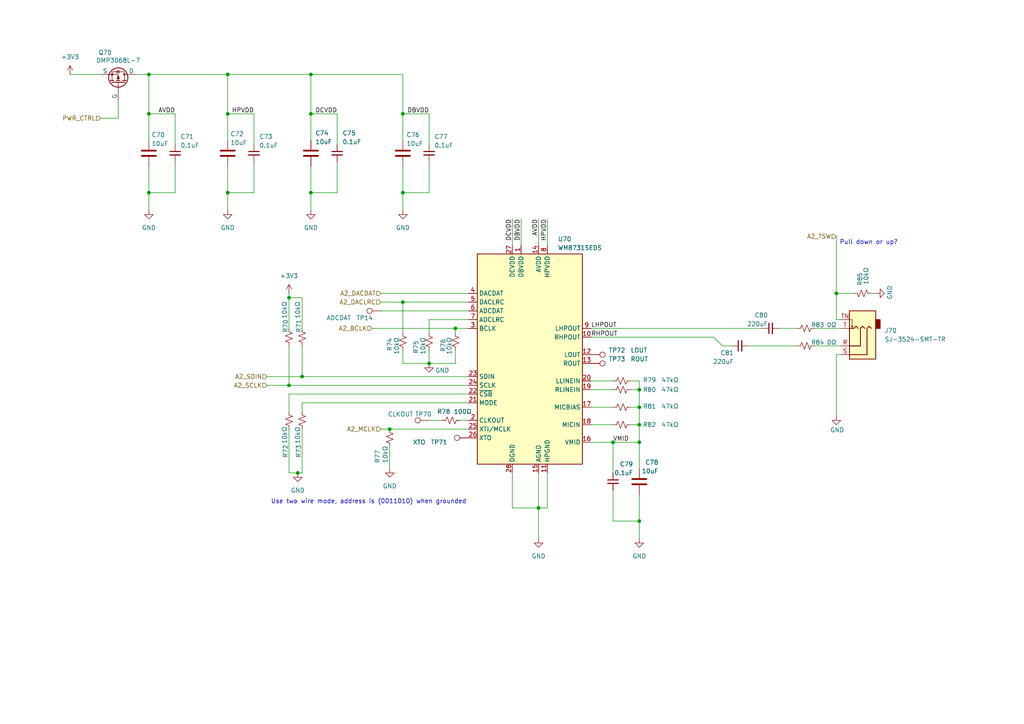
<source format=kicad_sch>
(kicad_sch (version 20250114) (generator "eeschema") (generator_version "9.0")
  (paper "A4")
  (lib_symbols
    (symbol "Audio:WM8731SEDS"
      (property "Reference" "U6" (at 8.128 41.148 0))
      (property "Value" "WM8731SEDS" (at 8.128 38.608 0))
      (symbol "WM8731SEDS_0_1"
        (rectangle (start -15.24 36.83) (end 15.24 -24.13) (stroke (width 0.254)) (fill (type background)))
      )
      (symbol "WM8731SEDS_1_1"
        (pin input line (at -17.78 25.4 0) (length 2.54) (name "DACDAT") (number "4"))
        (pin bidirectional line (at -17.78 22.86 0) (length 2.54) (name "DACLRC") (number "5"))
        (pin output line (at -17.78 20.32 0) (length 2.54) (name "ADCDAT") (number "6"))
        (pin bidirectional line (at -17.78 17.78 0) (length 2.54) (name "ADCLRC") (number "7"))
        (pin bidirectional line (at -17.78 15.24 0) (length 2.54) (name "BCLK") (number "3"))
        (pin bidirectional line (at -17.78 1.27 0) (length 2.54) (name "SDIN") (number "23"))
        (pin input line (at -17.78 -1.27 0) (length 2.54) (name "SCLK") (number "24"))
        (pin input line (at -17.78 -3.81 0) (length 2.54) (name "~{CSB}") (number "22"))
        (pin input line (at -17.78 -6.35 0) (length 2.54) (name "MODE") (number "21"))
        (pin output line (at -17.78 -11.43 0) (length 2.54) (name "CLKOUT") (number "2"))
        (pin input line (at -17.78 -13.97 0) (length 2.54) (name "XTI/MCLK") (number "25"))
        (pin output line (at -17.78 -16.51 0) (length 2.54) (name "XTO") (number "26"))
        (pin power_in line (at -5.08 39.37 270) (length 2.54) (name "DCVDD") (number "27"))
        (pin power_in line (at -5.08 -26.67 90) (length 2.54) (name "DGND") (number "28"))
        (pin power_in line (at -2.54 39.37 270) (length 2.54) (name "DBVDD") (number "1"))
        (pin power_in line (at 2.54 39.37 270) (length 2.54) (name "AVDD") (number "14"))
        (pin power_in line (at 2.54 -26.67 90) (length 2.54) (name "AGND") (number "15"))
        (pin power_in line (at 5.08 39.37 270) (length 2.54) (name "HPVDD") (number "8"))
        (pin power_in line (at 5.08 -26.67 90) (length 2.54) (name "HPGND") (number "11"))
        (pin output line (at 17.78 15.24 180) (length 2.54) (name "LHPOUT") (number "9"))
        (pin output line (at 17.78 12.7 180) (length 2.54) (name "RHPOUT") (number "10"))
        (pin output line (at 17.78 7.62 180) (length 2.54) (name "LOUT") (number "12"))
        (pin output line (at 17.78 5.08 180) (length 2.54) (name "ROUT") (number "13"))
        (pin input line (at 17.78 0 180) (length 2.54) (name "LLINEIN") (number "20"))
        (pin input line (at 17.78 -2.54 180) (length 2.54) (name "RLINEIN") (number "19"))
        (pin output line (at 17.78 -7.62 180) (length 2.54) (name "MICBIAS") (number "17"))
        (pin input line (at 17.78 -12.7 180) (length 2.54) (name "MICIN") (number "18"))
        (pin output line (at 17.78 -17.78 180) (length 2.54) (name "VMID") (number "16"))
      )
    )
    (symbol "Connector:TestPoint" (pin_numbers (hide yes)) (pin_names (offset 0.762) (hide yes))
      (property "Reference" "TP" (at 0 6.858 0))
      (property "Value" "TestPoint" (at 0 5.08 0))
      (symbol "TestPoint_0_1"
        (circle (center 0 3.302) (radius 0.762))
      )
      (symbol "TestPoint_1_1"
        (pin passive line (at 0 0 90) (length 2.54) (name "1") (number "1"))
      )
    )
    (symbol "Connector_Audio:AudioJack3_SwitchT"
      (property "Reference" "J" (at 0 8.89 0))
      (property "Value" "AudioJack3_SwitchT" (at 0 6.35 0))
      (symbol "AudioJack3_SwitchT_0_1"
        (rectangle (start -5.08 -5.08) (end -6.35 -7.62) (stroke (width 0.254)) (fill (type outline)))
        (polyline (pts (xy -1.905 -5.08) (xy -1.27 -5.715) (xy -0.635 -5.08) (xy -0.635 0) (xy 2.54 0)) (stroke (width 0.254)))
        (polyline (pts (xy 0 -5.08) (xy 0.635 -5.715) (xy 1.27 -5.08) (xy 2.54 -5.08)) (stroke (width 0.254)))
        (polyline (pts (xy 1.778 -5.334) (xy 2.032 -5.842)))
        (rectangle (start 2.54 3.81) (end -5.08 -10.16) (stroke (width 0.254)) (fill (type background)))
        (polyline (pts (xy 2.54 2.54) (xy -2.54 2.54) (xy -2.54 -5.08) (xy -3.175 -5.715) (xy -3.81 -5.08)) (stroke (width 0.254)))
        (polyline (pts (xy 2.54 -7.62) (xy 1.778 -7.62) (xy 1.778 -5.334) (xy 1.524 -5.842)))
      )
      (symbol "AudioJack3_SwitchT_1_1"
        (pin passive line (at 5.08 2.54 180) (length 2.54) (name "~") (number "S"))
        (pin passive line (at 5.08 0 180) (length 2.54) (name "~") (number "R"))
        (pin passive line (at 5.08 -5.08 180) (length 2.54) (name "~") (number "T"))
        (pin passive line (at 5.08 -7.62 180) (length 2.54) (name "~") (number "TN"))
      )
    )
    (symbol "Device:C" (pin_numbers (hide yes)) (pin_names (offset 0.254))
      (property "Reference" "C" (at 0.635 2.54 0))
      (property "Value" "C" (at 0.635 -2.54 0))
      (symbol "C_0_1"
        (polyline (pts (xy -2.032 0.762) (xy 2.032 0.762)) (stroke (width 0.508)))
        (polyline (pts (xy -2.032 -0.762) (xy 2.032 -0.762)) (stroke (width 0.508)))
      )
      (symbol "C_1_1"
        (pin passive line (at 0 3.81 270) (length 2.794) (name "~") (number "1"))
        (pin passive line (at 0 -3.81 90) (length 2.794) (name "~") (number "2"))
      )
    )
    (symbol "Device:C_Small" (pin_numbers (hide yes)) (pin_names (offset 0.254) (hide yes))
      (property "Reference" "C" (at 0.254 1.778 0))
      (property "Value" "C_Small" (at 0.254 -2.032 0))
      (symbol "C_Small_0_1"
        (polyline (pts (xy -1.524 0.508) (xy 1.524 0.508)) (stroke (width 0.3048)))
        (polyline (pts (xy -1.524 -0.508) (xy 1.524 -0.508)) (stroke (width 0.3302)))
      )
      (symbol "C_Small_1_1"
        (pin passive line (at 0 2.54 270) (length 2.032) (name "~") (number "1"))
        (pin passive line (at 0 -2.54 90) (length 2.032) (name "~") (number "2"))
      )
    )
    (symbol "Device:R_Small_US" (pin_numbers (hide yes)) (pin_names (offset 0.254) (hide yes))
      (property "Reference" "R" (at 0.762 0.508 0))
      (property "Value" "R_Small_US" (at 0.762 -1.016 0))
      (symbol "R_Small_US_1_1"
        (polyline (pts (xy 0 1.524) (xy 1.016 1.143) (xy 0 0.762) (xy -1.016 0.381) (xy 0 0)))
        (polyline (pts (xy 0 0) (xy 1.016 -0.381) (xy 0 -0.762) (xy -1.016 -1.143) (xy 0 -1.524)))
        (pin passive line (at 0 2.54 270) (length 1.016) (name "~") (number "1"))
        (pin passive line (at 0 -2.54 90) (length 1.016) (name "~") (number "2"))
      )
    )
    (symbol "Simulation_SPICE:PMOS" (pin_numbers (hide yes)) (pin_names (offset 0))
      (property "Reference" "Q" (at 5.08 1.27 0))
      (property "Value" "PMOS" (at 5.08 -1.27 0))
      (symbol "PMOS_0_1"
        (polyline (pts (xy 0.254 1.905) (xy 0.254 -1.905)) (stroke (width 0.254)))
        (polyline (pts (xy 0.254 0) (xy -2.54 0)))
        (polyline (pts (xy 0.762 2.286) (xy 0.762 1.27)) (stroke (width 0.254)))
        (polyline (pts (xy 0.762 1.778) (xy 3.302 1.778) (xy 3.302 -1.778) (xy 0.762 -1.778)))
        (polyline (pts (xy 0.762 0.508) (xy 0.762 -0.508)) (stroke (width 0.254)))
        (polyline (pts (xy 0.762 -1.27) (xy 0.762 -2.286)) (stroke (width 0.254)))
        (circle (center 1.651 0) (radius 2.794) (stroke (width 0.254)))
        (polyline (pts (xy 2.286 0) (xy 1.27 0.381) (xy 1.27 -0.381) (xy 2.286 0)) (fill (type outline)))
        (polyline (pts (xy 2.54 2.54) (xy 2.54 1.778)))
        (circle (center 2.54 1.778) (radius 0.254) (fill (type outline)))
        (circle (center 2.54 -1.778) (radius 0.254) (fill (type outline)))
        (polyline (pts (xy 2.54 -2.54) (xy 2.54 0) (xy 0.762 0)))
        (polyline (pts (xy 2.794 -0.508) (xy 2.921 -0.381) (xy 3.683 -0.381) (xy 3.81 -0.254)))
        (polyline (pts (xy 3.302 -0.381) (xy 2.921 0.254) (xy 3.683 0.254) (xy 3.302 -0.381)))
      )
      (symbol "PMOS_1_1"
        (pin input line (at -5.08 0 0) (length 2.54) (name "G") (number "2"))
        (pin passive line (at 2.54 5.08 270) (length 2.54) (name "D") (number "1"))
        (pin passive line (at 2.54 -5.08 90) (length 2.54) (name "S") (number "3"))
      )
    )
    (symbol "power:+3V3" (power) (pin_numbers (hide yes)) (pin_names (offset 0) (hide yes))
      (property "Value" "+3V3" (at 0 3.556 0))
      (symbol "+3V3_0_1"
        (polyline (pts (xy -0.762 1.27) (xy 0 2.54)))
        (polyline (pts (xy 0 2.54) (xy 0.762 1.27)))
        (polyline (pts (xy 0 0) (xy 0 2.54)))
      )
      (symbol "+3V3_1_1"
        (pin power_in line (at 0 0 90) (length 0) (name "~") (number "1"))
      )
    )
    (symbol "power:GND" (power) (pin_numbers (hide yes)) (pin_names (offset 0) (hide yes))
      (property "Value" "GND" (at 0 -3.81 0))
      (symbol "GND_0_1"
        (polyline (pts (xy 0 0) (xy 0 -1.27) (xy 1.27 -1.27) (xy 0 -2.54) (xy -1.27 -1.27) (xy 0 -1.27)))
      )
      (symbol "GND_1_1"
        (pin power_in line (at 0 0 270) (length 0) (name "~") (number "1"))
      )
    )
  )
  (text "Use two wire mode, address is (0011010) when grounded" (at 106.934 145.542 0) (effects (font (size 1.27 1.27))))
  (text "Pull down or up?" (at 251.968 70.358 0) (effects (font (size 1.27 1.27))))
  (junction (at 185.42 113.03))
  (junction (at 66.04 21.59))
  (junction (at 90.17 33.02))
  (junction (at 113.03 124.46))
  (junction (at 177.8 128.27))
  (junction (at 43.18 33.02))
  (junction (at 43.18 21.59))
  (junction (at 86.36 137.16))
  (junction (at 185.42 118.11))
  (junction (at 132.08 95.25))
  (junction (at 242.57 85.09))
  (junction (at 185.42 151.13))
  (junction (at 185.42 123.19))
  (junction (at 83.82 86.36))
  (junction (at 90.17 55.88))
  (junction (at 83.82 111.76))
  (junction (at 156.21 147.32))
  (junction (at 90.17 21.59))
  (junction (at 87.63 109.22))
  (junction (at 43.18 55.88))
  (junction (at 185.42 128.27))
  (junction (at 66.04 33.02))
  (junction (at 124.46 105.41))
  (junction (at 116.84 55.88))
  (junction (at 116.84 33.02))
  (junction (at 116.84 87.63))
  (junction (at 66.04 55.88))
  (wire (pts (xy 113.03 135.89) (xy 113.03 129.54)))
  (wire (pts (xy 177.8 110.49) (xy 171.45 110.49)))
  (wire (pts (xy 177.8 113.03) (xy 171.45 113.03)))
  (wire (pts (xy 90.17 60.96) (xy 90.17 55.88)))
  (wire (pts (xy 171.45 95.25) (xy 220.98 95.25)))
  (wire (pts (xy 87.63 116.84) (xy 87.63 119.38)))
  (wire (pts (xy 242.57 85.09) (xy 242.57 92.71)))
  (wire (pts (xy 83.82 85.09) (xy 83.82 86.36)))
  (wire (pts (xy 242.57 85.09) (xy 247.65 85.09)))
  (wire (pts (xy 151.13 71.12) (xy 151.13 63.5)))
  (wire (pts (xy 90.17 33.02) (xy 90.17 40.64)))
  (wire (pts (xy 132.08 95.25) (xy 132.08 96.52)))
  (wire (pts (xy 116.84 33.02) (xy 116.84 40.64)))
  (wire (pts (xy 97.79 46.99) (xy 97.79 55.88)))
  (wire (pts (xy 87.63 116.84) (xy 135.89 116.84)))
  (wire (pts (xy 133.35 121.92) (xy 135.89 121.92)))
  (wire (pts (xy 124.46 92.71) (xy 124.46 96.52)))
  (wire (pts (xy 116.84 55.88) (xy 116.84 48.26)))
  (wire (pts (xy 132.08 95.25) (xy 135.89 95.25)))
  (wire (pts (xy 87.63 86.36) (xy 87.63 95.25)))
  (wire (pts (xy 226.06 95.25) (xy 231.14 95.25)))
  (wire (pts (xy 156.21 71.12) (xy 156.21 63.5)))
  (wire (pts (xy 156.21 147.32) (xy 158.75 147.32)))
  (wire (pts (xy 83.82 100.33) (xy 83.82 111.76)))
  (wire (pts (xy 66.04 21.59) (xy 90.17 21.59)))
  (wire (pts (xy 83.82 111.76) (xy 135.89 111.76)))
  (wire (pts (xy 217.17 100.33) (xy 231.14 100.33)))
  (wire (pts (xy 242.57 120.65) (xy 242.57 102.87)))
  (wire (pts (xy 116.84 87.63) (xy 116.84 96.52)))
  (wire (pts (xy 185.42 128.27) (xy 185.42 135.89)))
  (wire (pts (xy 182.88 110.49) (xy 185.42 110.49)))
  (wire (pts (xy 177.8 118.11) (xy 171.45 118.11)))
  (wire (pts (xy 116.84 105.41) (xy 124.46 105.41)))
  (wire (pts (xy 43.18 33.02) (xy 50.8 33.02)))
  (wire (pts (xy 83.82 114.3) (xy 83.82 119.38)))
  (wire (pts (xy 185.42 156.21) (xy 185.42 151.13)))
  (wire (pts (xy 185.42 128.27) (xy 177.8 128.27)))
  (wire (pts (xy 177.8 128.27) (xy 177.8 137.16)))
  (wire (pts (xy 90.17 33.02) (xy 97.79 33.02)))
  (wire (pts (xy 83.82 86.36) (xy 87.63 86.36)))
  (wire (pts (xy 209.55 100.33) (xy 207.01 97.79)))
  (wire (pts (xy 185.42 151.13) (xy 185.42 143.51)))
  (wire (pts (xy 66.04 55.88) (xy 73.66 55.88)))
  (wire (pts (xy 132.08 101.6) (xy 132.08 105.41)))
  (wire (pts (xy 116.84 101.6) (xy 116.84 105.41)))
  (wire (pts (xy 182.88 118.11) (xy 185.42 118.11)))
  (wire (pts (xy 83.82 114.3) (xy 135.89 114.3)))
  (wire (pts (xy 73.66 33.02) (xy 73.66 41.91)))
  (wire (pts (xy 185.42 151.13) (xy 177.8 151.13)))
  (wire (pts (xy 242.57 92.71) (xy 243.84 92.71)))
  (wire (pts (xy 242.57 68.58) (xy 242.57 85.09)))
  (wire (pts (xy 43.18 21.59) (xy 66.04 21.59)))
  (wire (pts (xy 185.42 110.49) (xy 185.42 113.03)))
  (wire (pts (xy 182.88 113.03) (xy 185.42 113.03)))
  (wire (pts (xy 77.47 109.22) (xy 87.63 109.22)))
  (wire (pts (xy 124.46 101.6) (xy 124.46 105.41)))
  (wire (pts (xy 116.84 21.59) (xy 116.84 33.02)))
  (wire (pts (xy 90.17 21.59) (xy 116.84 21.59)))
  (wire (pts (xy 156.21 156.21) (xy 156.21 147.32)))
  (wire (pts (xy 107.95 95.25) (xy 132.08 95.25)))
  (wire (pts (xy 77.47 111.76) (xy 83.82 111.76)))
  (wire (pts (xy 43.18 60.96) (xy 43.18 55.88)))
  (wire (pts (xy 124.46 46.99) (xy 124.46 55.88)))
  (wire (pts (xy 254 85.09) (xy 252.73 85.09)))
  (wire (pts (xy 124.46 121.92) (xy 128.27 121.92)))
  (wire (pts (xy 43.18 55.88) (xy 50.8 55.88)))
  (wire (pts (xy 73.66 46.99) (xy 73.66 55.88)))
  (wire (pts (xy 66.04 60.96) (xy 66.04 55.88)))
  (wire (pts (xy 171.45 97.79) (xy 207.01 97.79)))
  (wire (pts (xy 39.37 21.59) (xy 43.18 21.59)))
  (wire (pts (xy 124.46 92.71) (xy 135.89 92.71)))
  (wire (pts (xy 124.46 33.02) (xy 124.46 41.91)))
  (wire (pts (xy 148.59 71.12) (xy 148.59 63.5)))
  (wire (pts (xy 156.21 137.16) (xy 156.21 147.32)))
  (wire (pts (xy 66.04 21.59) (xy 66.04 33.02)))
  (wire (pts (xy 209.55 100.33) (xy 212.09 100.33)))
  (wire (pts (xy 90.17 21.59) (xy 90.17 33.02)))
  (wire (pts (xy 66.04 33.02) (xy 73.66 33.02)))
  (wire (pts (xy 83.82 137.16) (xy 86.36 137.16)))
  (wire (pts (xy 66.04 33.02) (xy 66.04 40.64)))
  (wire (pts (xy 34.29 29.21) (xy 34.29 34.29)))
  (wire (pts (xy 110.49 124.46) (xy 113.03 124.46)))
  (wire (pts (xy 113.03 124.46) (xy 135.89 124.46)))
  (wire (pts (xy 236.22 100.33) (xy 243.84 100.33)))
  (wire (pts (xy 90.17 55.88) (xy 90.17 48.26)))
  (wire (pts (xy 83.82 124.46) (xy 83.82 137.16)))
  (wire (pts (xy 20.32 21.59) (xy 29.21 21.59)))
  (wire (pts (xy 148.59 147.32) (xy 156.21 147.32)))
  (wire (pts (xy 158.75 137.16) (xy 158.75 147.32)))
  (wire (pts (xy 182.88 123.19) (xy 185.42 123.19)))
  (wire (pts (xy 110.49 87.63) (xy 116.84 87.63)))
  (wire (pts (xy 66.04 55.88) (xy 66.04 48.26)))
  (wire (pts (xy 185.42 118.11) (xy 185.42 123.19)))
  (wire (pts (xy 86.36 137.16) (xy 87.63 137.16)))
  (wire (pts (xy 87.63 124.46) (xy 87.63 137.16)))
  (wire (pts (xy 116.84 55.88) (xy 124.46 55.88)))
  (wire (pts (xy 242.57 102.87) (xy 243.84 102.87)))
  (wire (pts (xy 110.49 90.17) (xy 135.89 90.17)))
  (wire (pts (xy 110.49 85.09) (xy 135.89 85.09)))
  (wire (pts (xy 97.79 33.02) (xy 97.79 41.91)))
  (wire (pts (xy 43.18 33.02) (xy 43.18 40.64)))
  (wire (pts (xy 43.18 55.88) (xy 43.18 48.26)))
  (wire (pts (xy 87.63 109.22) (xy 135.89 109.22)))
  (wire (pts (xy 87.63 100.33) (xy 87.63 109.22)))
  (wire (pts (xy 50.8 46.99) (xy 50.8 55.88)))
  (wire (pts (xy 158.75 71.12) (xy 158.75 63.5)))
  (wire (pts (xy 177.8 123.19) (xy 171.45 123.19)))
  (wire (pts (xy 43.18 21.59) (xy 43.18 33.02)))
  (wire (pts (xy 116.84 60.96) (xy 116.84 55.88)))
  (wire (pts (xy 83.82 86.36) (xy 83.82 95.25)))
  (wire (pts (xy 177.8 142.24) (xy 177.8 151.13)))
  (wire (pts (xy 50.8 33.02) (xy 50.8 41.91)))
  (wire (pts (xy 29.21 34.29) (xy 34.29 34.29)))
  (wire (pts (xy 236.22 95.25) (xy 243.84 95.25)))
  (wire (pts (xy 185.42 123.19) (xy 185.42 128.27)))
  (wire (pts (xy 185.42 113.03) (xy 185.42 118.11)))
  (wire (pts (xy 124.46 105.41) (xy 132.08 105.41)))
  (wire (pts (xy 148.59 137.16) (xy 148.59 147.32)))
  (wire (pts (xy 116.84 87.63) (xy 135.89 87.63)))
  (wire (pts (xy 171.45 128.27) (xy 177.8 128.27)))
  (wire (pts (xy 116.84 33.02) (xy 124.46 33.02)))
  (wire (pts (xy 90.17 55.88) (xy 97.79 55.88)))
  (label "DBVDD" (at 124.46 33.02 180))
  (label "DCVDD" (at 97.79 33.02 180))
  (label "DBVDD" (at 151.13 63.5 270))
  (label "AVDD" (at 50.8 33.02 180))
  (label "VMID" (at 177.8 128.27 0))
  (label "DCVDD" (at 148.59 63.5 270))
  (label "HPVDD" (at 73.66 33.02 180))
  (label "LHPOUT" (at 171.45 95.25 0))
  (label "RHPOUT" (at 171.45 97.79 0))
  (label "HPVDD" (at 158.75 63.5 270))
  (label "AVDD" (at 156.21 63.5 270))
  (hierarchical_label "A2_SDIN" (shape input) (at 77.47 109.22 180))
  (hierarchical_label "A2_MCLK" (shape input) (at 110.49 124.46 180))
  (hierarchical_label "A2_DACLRC" (shape input) (at 110.49 87.63 180))
  (hierarchical_label "A2_BCLK" (shape input) (at 107.95 95.25 180))
  (hierarchical_label "A2_DACDAT" (shape input) (at 110.49 85.09 180))
  (hierarchical_label "A2_TSW" (shape input) (at 242.57 68.58 180))
  (hierarchical_label "A2_SCLK" (shape input) (at 77.47 111.76 180))
  (hierarchical_label "PWR_CTRL" (shape input) (at 29.21 34.29 180))
  (symbol (lib_id "Device:R_Small_US") (at 233.68 100.33 90) (unit 1)
    (property "Reference" "R84" (at 235.204 99.314 90) (effects (justify right)))
    (property "Value" "0Ω" (at 239.776 99.314 90) (effects (justify right)))
    (property "Footprint" "Resistor_SMD:R_0603_1608Metric_Pad0.98x0.95mm_HandSolder" (effects (hide yes)))
    (property "Description" "Resistor, small US symbol" (effects (hide yes)))
  )
  (symbol (lib_id "power:GND") (at 156.21 156.21 0) (unit 1)
    (property "Reference" "#PWR087" (effects (hide yes)))
    (property "Value" "GND" (at 156.21 161.29 0))
    (property "Description" "Power symbol creates a global label with name \"GND\" , ground" (effects (hide yes)))
  )
  (symbol (lib_id "Device:R_Small_US") (at 180.34 113.03 270) (unit 1)
    (property "Reference" "R80" (at 186.436 113.03 90) (effects (justify left)))
    (property "Value" "47kΩ" (at 191.77 113.03 90) (effects (justify left)))
    (property "Footprint" "Resistor_SMD:R_0603_1608Metric_Pad0.98x0.95mm_HandSolder" (effects (hide yes)))
    (property "Description" "Resistor, small US symbol" (effects (hide yes)))
  )
  (symbol (lib_id "Connector_Audio:AudioJack3_SwitchT") (at 248.92 100.33 180) (unit 1)
    (property "Reference" "J70" (at 256.54 95.8849 0) (effects (justify right)))
    (property "Value" "SJ-3524-SMT-TR" (at 256.54 98.4249 0) (effects (justify right)))
    (property "Footprint" "Footprints:CUI_SJ-3524-SMT" (effects (hide yes)))
    (property "Datasheet" "https://www.sameskydevices.com/product/resource/sj-352x-smt.pdf" (effects (hide yes)))
    (property "Description" "Audio Jack, 3 Poles (Stereo / TRS), Switched T Pole (Normalling)" (effects (hide yes)))
  )
  (symbol (lib_id "Device:C_Small") (at 50.8 44.45 0) (unit 1)
    (property "Reference" "C71" (at 52.324 39.624 0) (effects (justify left)))
    (property "Value" "0.1uF" (at 52.324 42.164 0) (effects (justify left)))
    (property "Footprint" "Capacitor_SMD:C_0603_1608Metric_Pad1.08x0.95mm_HandSolder" (effects (hide yes)))
    (property "Description" "Unpolarized capacitor, small symbol" (effects (hide yes)))
  )
  (symbol (lib_id "Device:C") (at 66.04 44.45 0) (unit 1)
    (property "Reference" "C72" (at 66.802 38.862 0) (effects (justify left)))
    (property "Value" "10uF" (at 66.802 41.402 0) (effects (justify left)))
    (property "Footprint" "Capacitor_SMD:C_0603_1608Metric_Pad1.08x0.95mm_HandSolder" (effects (hide yes)))
    (property "Description" "Unpolarized capacitor" (effects (hide yes)))
  )
  (symbol (lib_id "Connector:TestPoint") (at 171.45 105.41 270) (unit 1)
    (property "Reference" "TP73" (at 176.53 104.1399 90) (effects (justify left)))
    (property "Value" "ROUT" (at 182.88 104.14 90) (effects (justify left)))
    (property "Footprint" "footprints:TestPoint_Pad_1.5x1.5mm" (effects (hide yes)))
    (property "Description" "test point" (effects (hide yes)))
  )
  (symbol (lib_id "Device:R_Small_US") (at 130.81 121.92 270) (unit 1)
    (property "Reference" "R78" (at 126.746 119.38 90) (effects (justify left)))
    (property "Value" "100Ω" (at 131.572 119.38 90) (effects (justify left)))
    (property "Footprint" "Resistor_SMD:R_0603_1608Metric_Pad0.98x0.95mm_HandSolder" (effects (hide yes)))
    (property "Description" "Resistor, small US symbol" (effects (hide yes)))
  )
  (symbol (lib_id "Device:C_Small") (at 177.8 139.7 0) (mirror y) (unit 1)
    (property "Reference" "C79" (at 183.642 134.62 0) (effects (justify left)))
    (property "Value" "0.1uF" (at 183.642 137.16 0) (effects (justify left)))
    (property "Footprint" "Capacitor_SMD:C_0603_1608Metric_Pad1.08x0.95mm_HandSolder" (effects (hide yes)))
    (property "Description" "Unpolarized capacitor, small symbol" (effects (hide yes)))
  )
  (symbol (lib_id "power:+3V3") (at 83.82 85.09 0) (unit 1)
    (property "Reference" "#PWR088" (effects (hide yes)))
    (property "Value" "+3V3" (at 83.82 80.01 0))
    (property "Description" "Power symbol creates a global label with name \"+3V3\"" (effects (hide yes)))
  )
  (symbol (lib_id "Device:R_Small_US") (at 83.82 121.92 0) (unit 1)
    (property "Reference" "R72" (at 82.804 132.842 90) (effects (justify left)))
    (property "Value" "10kΩ" (at 82.55 128.778 90) (effects (justify left)))
    (property "Footprint" "Resistor_SMD:R_0603_1608Metric_Pad0.98x0.95mm_HandSolder" (effects (hide yes)))
    (property "Description" "Resistor, small US symbol" (effects (hide yes)))
  )
  (symbol (lib_id "power:GND") (at 254 85.09 90) (mirror x) (unit 1)
    (property "Reference" "#PWR039" (effects (hide yes)))
    (property "Value" "GND" (at 258.064 84.836 0))
    (property "Description" "Power symbol creates a global label with name \"GND\" , ground" (effects (hide yes)))
  )
  (symbol (lib_id "Connector:TestPoint") (at 135.89 127 90) (unit 1)
    (property "Reference" "TP71" (at 129.794 128.27 90) (effects (justify left)))
    (property "Value" "XTO" (at 123.444 128.2699 90) (effects (justify left)))
    (property "Footprint" "footprints:TestPoint_Pad_1.5x1.5mm" (effects (hide yes)))
    (property "Description" "test point" (effects (hide yes)))
  )
  (symbol (lib_id "Device:R_Small_US") (at 116.84 99.06 0) (unit 1)
    (property "Reference" "R74" (at 113.03 101.854 90) (effects (justify left)))
    (property "Value" "10kΩ" (at 115.062 102.87 90) (effects (justify left)))
    (property "Footprint" "Resistor_SMD:R_0603_1608Metric_Pad0.98x0.95mm_HandSolder" (effects (hide yes)))
    (property "Description" "Resistor, small US symbol" (effects (hide yes)))
  )
  (symbol (lib_id "Device:C_Small") (at 223.52 95.25 90) (mirror x) (unit 1)
    (property "Reference" "C80" (at 222.758 91.44 90) (effects (justify left)))
    (property "Value" "220uF" (at 222.758 93.98 90) (effects (justify left)))
    (property "Footprint" "Capacitor_SMD:C_0603_1608Metric_Pad1.08x0.95mm_HandSolder" (effects (hide yes)))
    (property "Description" "Unpolarized capacitor, small symbol" (effects (hide yes)))
  )
  (symbol (lib_id "power:GND") (at 124.46 105.41 0) (unit 1)
    (property "Reference" "#PWR094" (effects (hide yes)))
    (property "Value" "GND" (at 128.27 107.442 0))
    (property "Description" "Power symbol creates a global label with name \"GND\" , ground" (effects (hide yes)))
  )
  (symbol (lib_id "Device:R_Small_US") (at 180.34 123.19 270) (unit 1)
    (property "Reference" "R82" (at 186.436 123.19 90) (effects (justify left)))
    (property "Value" "47kΩ" (at 191.77 123.19 90) (effects (justify left)))
    (property "Footprint" "Resistor_SMD:R_0603_1608Metric_Pad0.98x0.95mm_HandSolder" (effects (hide yes)))
    (property "Description" "Resistor, small US symbol" (effects (hide yes)))
  )
  (symbol (lib_id "power:GND") (at 185.42 156.21 0) (mirror y) (unit 1)
    (property "Reference" "#PWR0102" (effects (hide yes)))
    (property "Value" "GND" (at 185.42 161.29 0))
    (property "Description" "Power symbol creates a global label with name \"GND\" , ground" (effects (hide yes)))
  )
  (symbol (lib_id "Device:R_Small_US") (at 233.68 95.25 90) (unit 1)
    (property "Reference" "R83" (at 235.204 94.234 90) (effects (justify right)))
    (property "Value" "0Ω" (at 239.776 94.234 90) (effects (justify right)))
    (property "Footprint" "Resistor_SMD:R_0603_1608Metric_Pad0.98x0.95mm_HandSolder" (effects (hide yes)))
    (property "Description" "Resistor, small US symbol" (effects (hide yes)))
  )
  (symbol (lib_id "Connector:TestPoint") (at 171.45 102.87 270) (unit 1)
    (property "Reference" "TP72" (at 176.53 101.5999 90) (effects (justify left)))
    (property "Value" "LOUT" (at 182.88 101.6 90) (effects (justify left)))
    (property "Footprint" "footprints:TestPoint_Pad_1.5x1.5mm" (effects (hide yes)))
    (property "Description" "test point" (effects (hide yes)))
  )
  (symbol (lib_id "power:GND") (at 242.57 120.65 0) (mirror y) (unit 1)
    (property "Reference" "#PWR086" (effects (hide yes)))
    (property "Value" "GND" (at 242.824 124.714 0))
    (property "Description" "Power symbol creates a global label with name \"GND\" , ground" (effects (hide yes)))
  )
  (symbol (lib_id "Device:R_Small_US") (at 180.34 118.11 270) (unit 1)
    (property "Reference" "R81" (at 186.436 117.856 90) (effects (justify left)))
    (property "Value" "47kΩ" (at 191.77 117.856 90) (effects (justify left)))
    (property "Footprint" "Resistor_SMD:R_0603_1608Metric_Pad0.98x0.95mm_HandSolder" (effects (hide yes)))
    (property "Description" "Resistor, small US symbol" (effects (hide yes)))
  )
  (symbol (lib_id "Device:R_Small_US") (at 250.19 85.09 90) (mirror x) (unit 1)
    (property "Reference" "R85" (at 249.428 78.994 0) (effects (justify left)))
    (property "Value" "10kΩ" (at 251.206 77.47 0) (effects (justify left)))
    (property "Footprint" "Resistor_SMD:R_0603_1608Metric_Pad0.98x0.95mm_HandSolder" (effects (hide yes)))
    (property "Description" "Resistor, small US symbol" (effects (hide yes)))
  )
  (symbol (lib_id "Device:R_Small_US") (at 83.82 97.79 0) (unit 1)
    (property "Reference" "R70" (at 82.804 96.52 90) (effects (justify left)))
    (property "Value" "10kΩ" (at 82.55 92.456 90) (effects (justify left)))
    (property "Footprint" "Resistor_SMD:R_0603_1608Metric_Pad0.98x0.95mm_HandSolder" (effects (hide yes)))
    (property "Description" "Resistor, small US symbol" (effects (hide yes)))
  )
  (symbol (lib_id "power:GND") (at 86.36 137.16 0) (unit 1)
    (property "Reference" "#PWR089" (effects (hide yes)))
    (property "Value" "GND" (at 86.36 142.24 0))
    (property "Description" "Power symbol creates a global label with name \"GND\" , ground" (effects (hide yes)))
  )
  (symbol (lib_id "Device:C") (at 43.18 44.45 0) (unit 1)
    (property "Reference" "C70" (at 43.942 39.116 0) (effects (justify left)))
    (property "Value" "10uF" (at 43.942 41.656 0) (effects (justify left)))
    (property "Footprint" "Capacitor_SMD:C_0603_1608Metric_Pad1.08x0.95mm_HandSolder" (effects (hide yes)))
    (property "Description" "Unpolarized capacitor" (effects (hide yes)))
  )
  (symbol (lib_id "power:GND") (at 66.04 60.96 0) (unit 1)
    (property "Reference" "#PWR093" (effects (hide yes)))
    (property "Value" "GND" (at 66.04 66.04 0))
    (property "Description" "Power symbol creates a global label with name \"GND\" , ground" (effects (hide yes)))
  )
  (symbol (lib_id "Simulation_SPICE:PMOS") (at 34.29 24.13 270) (mirror x) (unit 1)
    (property "Reference" "Q70" (at 30.48 15.24 90))
    (property "Value" "DMP3068L-7" (at 34.29 17.526 90))
    (property "Footprint" "Package_TO_SOT_SMD:SOT-23-3" (effects (hide yes)))
    (property "Datasheet" "https://www.diodes.com/assets/Datasheets/DMP3068L.pdf" (effects (hide yes)))
    (property "Description" "P-MOSFET transistor, drain/source/gate" (effects (hide yes)))
    (property "Sim.Device" "PMOS" (effects (hide yes)))
    (property "Sim.Type" "VDMOS" (effects (hide yes)))
    (property "Sim.Pins" "1=D 2=G 3=S" (effects (hide yes)))
  )
  (symbol (lib_id "power:GND") (at 43.18 60.96 0) (unit 1)
    (property "Reference" "#PWR092" (effects (hide yes)))
    (property "Value" "GND" (at 43.18 66.04 0))
    (property "Description" "Power symbol creates a global label with name \"GND\" , ground" (effects (hide yes)))
  )
  (symbol (lib_id "Device:R_Small_US") (at 124.46 99.06 0) (unit 1)
    (property "Reference" "R75" (at 120.65 102.616 90) (effects (justify left)))
    (property "Value" "10kΩ" (at 122.682 102.87 90) (effects (justify left)))
    (property "Footprint" "Resistor_SMD:R_0603_1608Metric_Pad0.98x0.95mm_HandSolder" (effects (hide yes)))
    (property "Description" "Resistor, small US symbol" (effects (hide yes)))
  )
  (symbol (lib_id "Connector:TestPoint") (at 124.46 121.92 90) (unit 1)
    (property "Reference" "TP70" (at 125.222 120.142 90) (effects (justify left)))
    (property "Value" "CLKOUT" (at 119.888 120.142 90) (effects (justify left)))
    (property "Footprint" "footprints:TestPoint_Pad_1.5x1.5mm" (effects (hide yes)))
    (property "Description" "test point" (effects (hide yes)))
  )
  (symbol (lib_id "Device:R_Small_US") (at 113.03 127 0) (unit 1)
    (property "Reference" "R77" (at 109.474 134.366 90) (effects (justify left)))
    (property "Value" "10kΩ" (at 111.76 134.366 90) (effects (justify left)))
    (property "Footprint" "Resistor_SMD:R_0603_1608Metric_Pad0.98x0.95mm_HandSolder" (effects (hide yes)))
    (property "Description" "Resistor, small US symbol" (effects (hide yes)))
  )
  (symbol (lib_id "Device:C_Small") (at 73.66 44.45 0) (unit 1)
    (property "Reference" "C73" (at 75.184 39.624 0) (effects (justify left)))
    (property "Value" "0.1uF" (at 75.184 42.164 0) (effects (justify left)))
    (property "Footprint" "Capacitor_SMD:C_0603_1608Metric_Pad1.08x0.95mm_HandSolder" (effects (hide yes)))
    (property "Description" "Unpolarized capacitor, small symbol" (effects (hide yes)))
  )
  (symbol (lib_id "Device:R_Small_US") (at 87.63 97.79 0) (unit 1)
    (property "Reference" "R71" (at 86.614 96.52 90) (effects (justify left)))
    (property "Value" "10kΩ" (at 86.36 92.456 90) (effects (justify left)))
    (property "Footprint" "Resistor_SMD:R_0603_1608Metric_Pad0.98x0.95mm_HandSolder" (effects (hide yes)))
    (property "Description" "Resistor, small US symbol" (effects (hide yes)))
  )
  (symbol (lib_id "Device:C") (at 90.17 44.45 0) (unit 1)
    (property "Reference" "C74" (at 91.44 38.608 0) (effects (justify left)))
    (property "Value" "10uF" (at 91.44 41.148 0) (effects (justify left)))
    (property "Footprint" "Capacitor_SMD:C_0603_1608Metric_Pad1.08x0.95mm_HandSolder" (effects (hide yes)))
    (property "Description" "Unpolarized capacitor" (effects (hide yes)))
  )
  (symbol (lib_id "Device:C") (at 185.42 139.7 0) (mirror y) (unit 1)
    (property "Reference" "C78" (at 191.008 134.112 0) (effects (justify left)))
    (property "Value" "10uF" (at 191.008 136.652 0) (effects (justify left)))
    (property "Footprint" "Capacitor_SMD:C_0603_1608Metric_Pad1.08x0.95mm_HandSolder" (effects (hide yes)))
    (property "Description" "Unpolarized capacitor" (effects (hide yes)))
  )
  (symbol (lib_id "Connector:TestPoint") (at 110.49 90.17 90) (unit 1)
    (property "Reference" "TP14" (at 108.204 92.2021 90) (effects (justify left)))
    (property "Value" "ADCDAT" (at 101.854 92.202 90) (effects (justify left)))
    (property "Footprint" "footprints:TestPoint_Pad_1.5x1.5mm" (effects (hide yes)))
    (property "Description" "test point" (effects (hide yes)))
  )
  (symbol (lib_id "Device:C_Small") (at 97.79 44.45 0) (unit 1)
    (property "Reference" "C75" (at 99.314 38.608 0) (effects (justify left)))
    (property "Value" "0.1uF" (at 99.314 41.148 0) (effects (justify left)))
    (property "Footprint" "Capacitor_SMD:C_0603_1608Metric_Pad1.08x0.95mm_HandSolder" (effects (hide yes)))
    (property "Description" "Unpolarized capacitor, small symbol" (effects (hide yes)))
  )
  (symbol (lib_id "Audio:WM8731SEDS") (at 153.67 110.49 0) (unit 1)
    (property "Reference" "U70" (at 161.798 69.342 0) (effects (justify left)))
    (property "Value" "WM8731SEDS" (at 161.798 71.882 0) (effects (justify left)))
    (property "Footprint" "Package_SO:SSOP-28_5.3x10.2mm_P0.65mm" (effects (hide yes)))
    (property "Datasheet" "https://cdn.sparkfun.com/datasheets/Dev/Arduino/Shields/WolfsonWM8731.pdf" (effects (hide yes)))
    (property "Description" "Portable Internet Audio CODEC with Headphone Driver and Programmable Sample Rates, SSOP-28" (effects (hide yes)))
  )
  (symbol (lib_id "Device:R_Small_US") (at 132.08 99.06 0) (unit 1)
    (property "Reference" "R76" (at 128.524 102.108 90) (effects (justify left)))
    (property "Value" "10kΩ" (at 130.302 102.87 90) (effects (justify left)))
    (property "Footprint" "Resistor_SMD:R_0603_1608Metric_Pad0.98x0.95mm_HandSolder" (effects (hide yes)))
    (property "Description" "Resistor, small US symbol" (effects (hide yes)))
  )
  (symbol (lib_id "Device:R_Small_US") (at 180.34 110.49 270) (unit 1)
    (property "Reference" "R79" (at 186.436 110.236 90) (effects (justify left)))
    (property "Value" "47kΩ" (at 191.77 110.236 90) (effects (justify left)))
    (property "Footprint" "Resistor_SMD:R_0603_1608Metric_Pad0.98x0.95mm_HandSolder" (effects (hide yes)))
    (property "Description" "Resistor, small US symbol" (effects (hide yes)))
  )
  (symbol (lib_id "Device:C_Small") (at 214.63 100.33 90) (mirror x) (unit 1)
    (property "Reference" "C81" (at 212.852 102.362 90) (effects (justify left)))
    (property "Value" "220uF" (at 212.852 104.902 90) (effects (justify left)))
    (property "Footprint" "Capacitor_SMD:C_0603_1608Metric_Pad1.08x0.95mm_HandSolder" (effects (hide yes)))
    (property "Description" "Unpolarized capacitor, small symbol" (effects (hide yes)))
  )
  (symbol (lib_id "power:GND") (at 90.17 60.96 0) (unit 1)
    (property "Reference" "#PWR085" (effects (hide yes)))
    (property "Value" "GND" (at 90.17 66.04 0))
    (property "Description" "Power symbol creates a global label with name \"GND\" , ground" (effects (hide yes)))
  )
  (symbol (lib_id "Device:C_Small") (at 124.46 44.45 0) (unit 1)
    (property "Reference" "C77" (at 125.984 39.624 0) (effects (justify left)))
    (property "Value" "0.1uF" (at 125.984 42.164 0) (effects (justify left)))
    (property "Footprint" "Capacitor_SMD:C_0603_1608Metric_Pad1.08x0.95mm_HandSolder" (effects (hide yes)))
    (property "Description" "Unpolarized capacitor, small symbol" (effects (hide yes)))
  )
  (symbol (lib_id "Device:R_Small_US") (at 87.63 121.92 0) (unit 1)
    (property "Reference" "R73" (at 86.614 132.842 90) (effects (justify left)))
    (property "Value" "10kΩ" (at 86.36 128.778 90) (effects (justify left)))
    (property "Footprint" "Resistor_SMD:R_0603_1608Metric_Pad0.98x0.95mm_HandSolder" (effects (hide yes)))
    (property "Description" "Resistor, small US symbol" (effects (hide yes)))
  )
  (symbol (lib_id "power:+3V3") (at 20.32 21.59 0) (unit 1)
    (property "Reference" "#PWR095" (effects (hide yes)))
    (property "Value" "+3V3" (at 20.32 16.51 0))
    (property "Description" "Power symbol creates a global label with name \"+3V3\"" (effects (hide yes)))
  )
  (symbol (lib_id "power:GND") (at 113.03 135.89 0) (unit 1)
    (property "Reference" "#PWR038" (effects (hide yes)))
    (property "Value" "GND" (at 113.03 140.97 0))
    (property "Description" "Power symbol creates a global label with name \"GND\" , ground" (effects (hide yes)))
  )
  (symbol (lib_id "power:GND") (at 116.84 60.96 0) (unit 1)
    (property "Reference" "#PWR045" (effects (hide yes)))
    (property "Value" "GND" (at 116.84 66.04 0))
    (property "Description" "Power symbol creates a global label with name \"GND\" , ground" (effects (hide yes)))
  )
  (symbol (lib_id "Device:C") (at 116.84 44.45 0) (unit 1)
    (property "Reference" "C76" (at 117.856 39.116 0) (effects (justify left)))
    (property "Value" "10uF" (at 117.856 41.656 0) (effects (justify left)))
    (property "Footprint" "Capacitor_SMD:C_0603_1608Metric_Pad1.08x0.95mm_HandSolder" (effects (hide yes)))
    (property "Description" "Unpolarized capacitor" (effects (hide yes)))
  )
)
</source>
